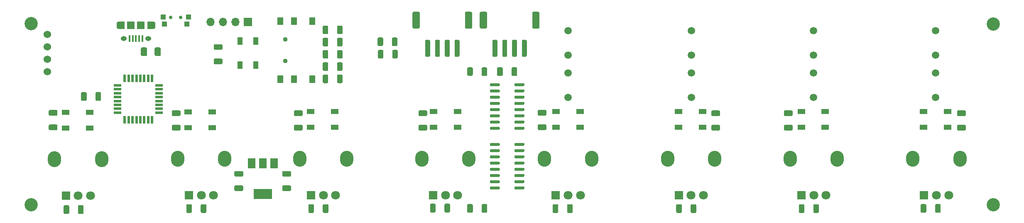
<source format=gbr>
%TF.GenerationSoftware,KiCad,Pcbnew,(5.1.9-0-10_14)*%
%TF.CreationDate,2021-11-27T16:04:38+01:00*%
%TF.ProjectId,SoundCore Knobs,536f756e-6443-46f7-9265-204b6e6f6273,rev?*%
%TF.SameCoordinates,Original*%
%TF.FileFunction,Soldermask,Top*%
%TF.FilePolarity,Negative*%
%FSLAX46Y46*%
G04 Gerber Fmt 4.6, Leading zero omitted, Abs format (unit mm)*
G04 Created by KiCad (PCBNEW (5.1.9-0-10_14)) date 2021-11-27 16:04:38*
%MOMM*%
%LPD*%
G01*
G04 APERTURE LIST*
%ADD10C,1.500000*%
%ADD11C,2.700000*%
%ADD12O,1.700000X1.700000*%
%ADD13R,1.700000X1.700000*%
%ADD14C,0.950000*%
%ADD15R,1.300000X1.600000*%
%ADD16R,1.000000X1.000000*%
%ADD17C,0.700000*%
%ADD18O,2.720000X3.240000*%
%ADD19C,1.800000*%
%ADD20R,1.800000X1.800000*%
%ADD21O,0.890000X1.550000*%
%ADD22R,1.200000X1.550000*%
%ADD23R,1.500000X1.550000*%
%ADD24O,1.250000X0.950000*%
%ADD25R,0.400000X1.350000*%
%ADD26R,1.500000X2.000000*%
%ADD27R,3.800000X2.000000*%
%ADD28C,1.524000*%
%ADD29R,1.500000X1.000000*%
%ADD30R,1.600000X0.550000*%
%ADD31R,0.550000X1.600000*%
%ADD32R,1.000000X1.500000*%
G04 APERTURE END LIST*
%TO.C,R4*%
G36*
G01*
X164680000Y-68453001D02*
X164680000Y-67202999D01*
G75*
G02*
X164929999Y-66953000I249999J0D01*
G01*
X165555001Y-66953000D01*
G75*
G02*
X165805000Y-67202999I0J-249999D01*
G01*
X165805000Y-68453001D01*
G75*
G02*
X165555001Y-68703000I-249999J0D01*
G01*
X164929999Y-68703000D01*
G75*
G02*
X164680000Y-68453001I0J249999D01*
G01*
G37*
G36*
G01*
X161755000Y-68453001D02*
X161755000Y-67202999D01*
G75*
G02*
X162004999Y-66953000I249999J0D01*
G01*
X162630001Y-66953000D01*
G75*
G02*
X162880000Y-67202999I0J-249999D01*
G01*
X162880000Y-68453001D01*
G75*
G02*
X162630001Y-68703000I-249999J0D01*
G01*
X162004999Y-68703000D01*
G75*
G02*
X161755000Y-68453001I0J249999D01*
G01*
G37*
%TD*%
%TO.C,U1*%
G36*
G01*
X171376000Y-70645000D02*
X171376000Y-70345000D01*
G75*
G02*
X171526000Y-70195000I150000J0D01*
G01*
X173226000Y-70195000D01*
G75*
G02*
X173376000Y-70345000I0J-150000D01*
G01*
X173376000Y-70645000D01*
G75*
G02*
X173226000Y-70795000I-150000J0D01*
G01*
X171526000Y-70795000D01*
G75*
G02*
X171376000Y-70645000I0J150000D01*
G01*
G37*
G36*
G01*
X171376000Y-71915000D02*
X171376000Y-71615000D01*
G75*
G02*
X171526000Y-71465000I150000J0D01*
G01*
X173226000Y-71465000D01*
G75*
G02*
X173376000Y-71615000I0J-150000D01*
G01*
X173376000Y-71915000D01*
G75*
G02*
X173226000Y-72065000I-150000J0D01*
G01*
X171526000Y-72065000D01*
G75*
G02*
X171376000Y-71915000I0J150000D01*
G01*
G37*
G36*
G01*
X171376000Y-73185000D02*
X171376000Y-72885000D01*
G75*
G02*
X171526000Y-72735000I150000J0D01*
G01*
X173226000Y-72735000D01*
G75*
G02*
X173376000Y-72885000I0J-150000D01*
G01*
X173376000Y-73185000D01*
G75*
G02*
X173226000Y-73335000I-150000J0D01*
G01*
X171526000Y-73335000D01*
G75*
G02*
X171376000Y-73185000I0J150000D01*
G01*
G37*
G36*
G01*
X171376000Y-74455000D02*
X171376000Y-74155000D01*
G75*
G02*
X171526000Y-74005000I150000J0D01*
G01*
X173226000Y-74005000D01*
G75*
G02*
X173376000Y-74155000I0J-150000D01*
G01*
X173376000Y-74455000D01*
G75*
G02*
X173226000Y-74605000I-150000J0D01*
G01*
X171526000Y-74605000D01*
G75*
G02*
X171376000Y-74455000I0J150000D01*
G01*
G37*
G36*
G01*
X171376000Y-75725000D02*
X171376000Y-75425000D01*
G75*
G02*
X171526000Y-75275000I150000J0D01*
G01*
X173226000Y-75275000D01*
G75*
G02*
X173376000Y-75425000I0J-150000D01*
G01*
X173376000Y-75725000D01*
G75*
G02*
X173226000Y-75875000I-150000J0D01*
G01*
X171526000Y-75875000D01*
G75*
G02*
X171376000Y-75725000I0J150000D01*
G01*
G37*
G36*
G01*
X171376000Y-76995000D02*
X171376000Y-76695000D01*
G75*
G02*
X171526000Y-76545000I150000J0D01*
G01*
X173226000Y-76545000D01*
G75*
G02*
X173376000Y-76695000I0J-150000D01*
G01*
X173376000Y-76995000D01*
G75*
G02*
X173226000Y-77145000I-150000J0D01*
G01*
X171526000Y-77145000D01*
G75*
G02*
X171376000Y-76995000I0J150000D01*
G01*
G37*
G36*
G01*
X171376000Y-78265000D02*
X171376000Y-77965000D01*
G75*
G02*
X171526000Y-77815000I150000J0D01*
G01*
X173226000Y-77815000D01*
G75*
G02*
X173376000Y-77965000I0J-150000D01*
G01*
X173376000Y-78265000D01*
G75*
G02*
X173226000Y-78415000I-150000J0D01*
G01*
X171526000Y-78415000D01*
G75*
G02*
X171376000Y-78265000I0J150000D01*
G01*
G37*
G36*
G01*
X171376000Y-79535000D02*
X171376000Y-79235000D01*
G75*
G02*
X171526000Y-79085000I150000J0D01*
G01*
X173226000Y-79085000D01*
G75*
G02*
X173376000Y-79235000I0J-150000D01*
G01*
X173376000Y-79535000D01*
G75*
G02*
X173226000Y-79685000I-150000J0D01*
G01*
X171526000Y-79685000D01*
G75*
G02*
X171376000Y-79535000I0J150000D01*
G01*
G37*
G36*
G01*
X166376000Y-79535000D02*
X166376000Y-79235000D01*
G75*
G02*
X166526000Y-79085000I150000J0D01*
G01*
X168226000Y-79085000D01*
G75*
G02*
X168376000Y-79235000I0J-150000D01*
G01*
X168376000Y-79535000D01*
G75*
G02*
X168226000Y-79685000I-150000J0D01*
G01*
X166526000Y-79685000D01*
G75*
G02*
X166376000Y-79535000I0J150000D01*
G01*
G37*
G36*
G01*
X166376000Y-78265000D02*
X166376000Y-77965000D01*
G75*
G02*
X166526000Y-77815000I150000J0D01*
G01*
X168226000Y-77815000D01*
G75*
G02*
X168376000Y-77965000I0J-150000D01*
G01*
X168376000Y-78265000D01*
G75*
G02*
X168226000Y-78415000I-150000J0D01*
G01*
X166526000Y-78415000D01*
G75*
G02*
X166376000Y-78265000I0J150000D01*
G01*
G37*
G36*
G01*
X166376000Y-76995000D02*
X166376000Y-76695000D01*
G75*
G02*
X166526000Y-76545000I150000J0D01*
G01*
X168226000Y-76545000D01*
G75*
G02*
X168376000Y-76695000I0J-150000D01*
G01*
X168376000Y-76995000D01*
G75*
G02*
X168226000Y-77145000I-150000J0D01*
G01*
X166526000Y-77145000D01*
G75*
G02*
X166376000Y-76995000I0J150000D01*
G01*
G37*
G36*
G01*
X166376000Y-75725000D02*
X166376000Y-75425000D01*
G75*
G02*
X166526000Y-75275000I150000J0D01*
G01*
X168226000Y-75275000D01*
G75*
G02*
X168376000Y-75425000I0J-150000D01*
G01*
X168376000Y-75725000D01*
G75*
G02*
X168226000Y-75875000I-150000J0D01*
G01*
X166526000Y-75875000D01*
G75*
G02*
X166376000Y-75725000I0J150000D01*
G01*
G37*
G36*
G01*
X166376000Y-74455000D02*
X166376000Y-74155000D01*
G75*
G02*
X166526000Y-74005000I150000J0D01*
G01*
X168226000Y-74005000D01*
G75*
G02*
X168376000Y-74155000I0J-150000D01*
G01*
X168376000Y-74455000D01*
G75*
G02*
X168226000Y-74605000I-150000J0D01*
G01*
X166526000Y-74605000D01*
G75*
G02*
X166376000Y-74455000I0J150000D01*
G01*
G37*
G36*
G01*
X166376000Y-73185000D02*
X166376000Y-72885000D01*
G75*
G02*
X166526000Y-72735000I150000J0D01*
G01*
X168226000Y-72735000D01*
G75*
G02*
X168376000Y-72885000I0J-150000D01*
G01*
X168376000Y-73185000D01*
G75*
G02*
X168226000Y-73335000I-150000J0D01*
G01*
X166526000Y-73335000D01*
G75*
G02*
X166376000Y-73185000I0J150000D01*
G01*
G37*
G36*
G01*
X166376000Y-71915000D02*
X166376000Y-71615000D01*
G75*
G02*
X166526000Y-71465000I150000J0D01*
G01*
X168226000Y-71465000D01*
G75*
G02*
X168376000Y-71615000I0J-150000D01*
G01*
X168376000Y-71915000D01*
G75*
G02*
X168226000Y-72065000I-150000J0D01*
G01*
X166526000Y-72065000D01*
G75*
G02*
X166376000Y-71915000I0J150000D01*
G01*
G37*
G36*
G01*
X166376000Y-70645000D02*
X166376000Y-70345000D01*
G75*
G02*
X166526000Y-70195000I150000J0D01*
G01*
X168226000Y-70195000D01*
G75*
G02*
X168376000Y-70345000I0J-150000D01*
G01*
X168376000Y-70645000D01*
G75*
G02*
X168226000Y-70795000I-150000J0D01*
G01*
X166526000Y-70795000D01*
G75*
G02*
X166376000Y-70645000I0J150000D01*
G01*
G37*
%TD*%
D10*
%TO.C,SW9*%
X257252000Y-68078000D03*
X257252000Y-73078000D03*
%TD*%
%TO.C,SW8*%
X232360000Y-68078000D03*
X232360000Y-73078000D03*
%TD*%
%TO.C,SW7*%
X207476000Y-68134000D03*
X207476000Y-73134000D03*
%TD*%
%TO.C,SW6*%
X182330000Y-68134000D03*
X182330000Y-73134000D03*
%TD*%
%TO.C,SW5*%
X257260000Y-59498000D03*
X257260000Y-64498000D03*
%TD*%
%TO.C,SW4*%
X232360000Y-59442000D03*
X232360000Y-64442000D03*
%TD*%
%TO.C,SW3*%
X207476000Y-59498000D03*
X207476000Y-64498000D03*
%TD*%
%TO.C,SW2*%
X182322000Y-59442000D03*
X182322000Y-64442000D03*
%TD*%
D11*
%TO.C,H4*%
X72800000Y-58000000D03*
%TD*%
%TO.C,H3*%
X269000000Y-95000000D03*
%TD*%
%TO.C,H2*%
X72800000Y-95000000D03*
%TD*%
%TO.C,H1*%
X269000000Y-58100000D03*
%TD*%
%TO.C,C2*%
G36*
G01*
X168976000Y-67177999D02*
X168976000Y-68478001D01*
G75*
G02*
X168726001Y-68728000I-249999J0D01*
G01*
X168075999Y-68728000D01*
G75*
G02*
X167826000Y-68478001I0J249999D01*
G01*
X167826000Y-67177999D01*
G75*
G02*
X168075999Y-66928000I249999J0D01*
G01*
X168726001Y-66928000D01*
G75*
G02*
X168976000Y-67177999I0J-249999D01*
G01*
G37*
G36*
G01*
X171926000Y-67177999D02*
X171926000Y-68478001D01*
G75*
G02*
X171676001Y-68728000I-249999J0D01*
G01*
X171025999Y-68728000D01*
G75*
G02*
X170776000Y-68478001I0J249999D01*
G01*
X170776000Y-67177999D01*
G75*
G02*
X171025999Y-66928000I249999J0D01*
G01*
X171676001Y-66928000D01*
G75*
G02*
X171926000Y-67177999I0J-249999D01*
G01*
G37*
%TD*%
%TO.C,C1*%
G36*
G01*
X111598001Y-63372000D02*
X110297999Y-63372000D01*
G75*
G02*
X110048000Y-63122001I0J249999D01*
G01*
X110048000Y-62471999D01*
G75*
G02*
X110297999Y-62222000I249999J0D01*
G01*
X111598001Y-62222000D01*
G75*
G02*
X111848000Y-62471999I0J-249999D01*
G01*
X111848000Y-63122001D01*
G75*
G02*
X111598001Y-63372000I-249999J0D01*
G01*
G37*
G36*
G01*
X111598001Y-66322000D02*
X110297999Y-66322000D01*
G75*
G02*
X110048000Y-66072001I0J249999D01*
G01*
X110048000Y-65421999D01*
G75*
G02*
X110297999Y-65172000I249999J0D01*
G01*
X111598001Y-65172000D01*
G75*
G02*
X111848000Y-65421999I0J-249999D01*
G01*
X111848000Y-66072001D01*
G75*
G02*
X111598001Y-66322000I-249999J0D01*
G01*
G37*
%TD*%
%TO.C,J4*%
G36*
G01*
X165784000Y-55858000D02*
X165784000Y-58758000D01*
G75*
G02*
X165534000Y-59008000I-250000J0D01*
G01*
X164534000Y-59008000D01*
G75*
G02*
X164284000Y-58758000I0J250000D01*
G01*
X164284000Y-55858000D01*
G75*
G02*
X164534000Y-55608000I250000J0D01*
G01*
X165534000Y-55608000D01*
G75*
G02*
X165784000Y-55858000I0J-250000D01*
G01*
G37*
G36*
G01*
X176484000Y-55858000D02*
X176484000Y-58758000D01*
G75*
G02*
X176234000Y-59008000I-250000J0D01*
G01*
X175234000Y-59008000D01*
G75*
G02*
X174984000Y-58758000I0J250000D01*
G01*
X174984000Y-55858000D01*
G75*
G02*
X175234000Y-55608000I250000J0D01*
G01*
X176234000Y-55608000D01*
G75*
G02*
X176484000Y-55858000I0J-250000D01*
G01*
G37*
G36*
G01*
X167884000Y-61558000D02*
X167884000Y-64558000D01*
G75*
G02*
X167634000Y-64808000I-250000J0D01*
G01*
X167134000Y-64808000D01*
G75*
G02*
X166884000Y-64558000I0J250000D01*
G01*
X166884000Y-61558000D01*
G75*
G02*
X167134000Y-61308000I250000J0D01*
G01*
X167634000Y-61308000D01*
G75*
G02*
X167884000Y-61558000I0J-250000D01*
G01*
G37*
G36*
G01*
X169884000Y-61558000D02*
X169884000Y-64558000D01*
G75*
G02*
X169634000Y-64808000I-250000J0D01*
G01*
X169134000Y-64808000D01*
G75*
G02*
X168884000Y-64558000I0J250000D01*
G01*
X168884000Y-61558000D01*
G75*
G02*
X169134000Y-61308000I250000J0D01*
G01*
X169634000Y-61308000D01*
G75*
G02*
X169884000Y-61558000I0J-250000D01*
G01*
G37*
G36*
G01*
X171884000Y-61558000D02*
X171884000Y-64558000D01*
G75*
G02*
X171634000Y-64808000I-250000J0D01*
G01*
X171134000Y-64808000D01*
G75*
G02*
X170884000Y-64558000I0J250000D01*
G01*
X170884000Y-61558000D01*
G75*
G02*
X171134000Y-61308000I250000J0D01*
G01*
X171634000Y-61308000D01*
G75*
G02*
X171884000Y-61558000I0J-250000D01*
G01*
G37*
G36*
G01*
X173884000Y-61558000D02*
X173884000Y-64558000D01*
G75*
G02*
X173634000Y-64808000I-250000J0D01*
G01*
X173134000Y-64808000D01*
G75*
G02*
X172884000Y-64558000I0J250000D01*
G01*
X172884000Y-61558000D01*
G75*
G02*
X173134000Y-61308000I250000J0D01*
G01*
X173634000Y-61308000D01*
G75*
G02*
X173884000Y-61558000I0J-250000D01*
G01*
G37*
%TD*%
D12*
%TO.C,J8*%
X109424000Y-57668000D03*
X111964000Y-57668000D03*
X114504000Y-57668000D03*
D13*
X117044000Y-57668000D03*
%TD*%
D14*
%TO.C,U10*%
X124674000Y-61236000D03*
X124674000Y-65636000D03*
D15*
X130124000Y-57536000D03*
X126424000Y-57536000D03*
X123624000Y-57536000D03*
X130124000Y-69336000D03*
X126424000Y-69336000D03*
X123624000Y-69336000D03*
%TD*%
%TO.C,R12*%
G36*
G01*
X135200000Y-59925001D02*
X135200000Y-58674999D01*
G75*
G02*
X135449999Y-58425000I249999J0D01*
G01*
X136075001Y-58425000D01*
G75*
G02*
X136325000Y-58674999I0J-249999D01*
G01*
X136325000Y-59925001D01*
G75*
G02*
X136075001Y-60175000I-249999J0D01*
G01*
X135449999Y-60175000D01*
G75*
G02*
X135200000Y-59925001I0J249999D01*
G01*
G37*
G36*
G01*
X132275000Y-59925001D02*
X132275000Y-58674999D01*
G75*
G02*
X132524999Y-58425000I249999J0D01*
G01*
X133150001Y-58425000D01*
G75*
G02*
X133400000Y-58674999I0J-249999D01*
G01*
X133400000Y-59925001D01*
G75*
G02*
X133150001Y-60175000I-249999J0D01*
G01*
X132524999Y-60175000D01*
G75*
G02*
X132275000Y-59925001I0J249999D01*
G01*
G37*
%TD*%
%TO.C,R11*%
G36*
G01*
X133400000Y-61174999D02*
X133400000Y-62425001D01*
G75*
G02*
X133150001Y-62675000I-249999J0D01*
G01*
X132524999Y-62675000D01*
G75*
G02*
X132275000Y-62425001I0J249999D01*
G01*
X132275000Y-61174999D01*
G75*
G02*
X132524999Y-60925000I249999J0D01*
G01*
X133150001Y-60925000D01*
G75*
G02*
X133400000Y-61174999I0J-249999D01*
G01*
G37*
G36*
G01*
X136325000Y-61174999D02*
X136325000Y-62425001D01*
G75*
G02*
X136075001Y-62675000I-249999J0D01*
G01*
X135449999Y-62675000D01*
G75*
G02*
X135200000Y-62425001I0J249999D01*
G01*
X135200000Y-61174999D01*
G75*
G02*
X135449999Y-60925000I249999J0D01*
G01*
X136075001Y-60925000D01*
G75*
G02*
X136325000Y-61174999I0J-249999D01*
G01*
G37*
%TD*%
%TO.C,R10*%
G36*
G01*
X133400000Y-63674999D02*
X133400000Y-64925001D01*
G75*
G02*
X133150001Y-65175000I-249999J0D01*
G01*
X132524999Y-65175000D01*
G75*
G02*
X132275000Y-64925001I0J249999D01*
G01*
X132275000Y-63674999D01*
G75*
G02*
X132524999Y-63425000I249999J0D01*
G01*
X133150001Y-63425000D01*
G75*
G02*
X133400000Y-63674999I0J-249999D01*
G01*
G37*
G36*
G01*
X136325000Y-63674999D02*
X136325000Y-64925001D01*
G75*
G02*
X136075001Y-65175000I-249999J0D01*
G01*
X135449999Y-65175000D01*
G75*
G02*
X135200000Y-64925001I0J249999D01*
G01*
X135200000Y-63674999D01*
G75*
G02*
X135449999Y-63425000I249999J0D01*
G01*
X136075001Y-63425000D01*
G75*
G02*
X136325000Y-63674999I0J-249999D01*
G01*
G37*
%TD*%
%TO.C,R9*%
G36*
G01*
X133400000Y-66174999D02*
X133400000Y-67425001D01*
G75*
G02*
X133150001Y-67675000I-249999J0D01*
G01*
X132524999Y-67675000D01*
G75*
G02*
X132275000Y-67425001I0J249999D01*
G01*
X132275000Y-66174999D01*
G75*
G02*
X132524999Y-65925000I249999J0D01*
G01*
X133150001Y-65925000D01*
G75*
G02*
X133400000Y-66174999I0J-249999D01*
G01*
G37*
G36*
G01*
X136325000Y-66174999D02*
X136325000Y-67425001D01*
G75*
G02*
X136075001Y-67675000I-249999J0D01*
G01*
X135449999Y-67675000D01*
G75*
G02*
X135200000Y-67425001I0J249999D01*
G01*
X135200000Y-66174999D01*
G75*
G02*
X135449999Y-65925000I249999J0D01*
G01*
X136075001Y-65925000D01*
G75*
G02*
X136325000Y-66174999I0J-249999D01*
G01*
G37*
%TD*%
%TO.C,R8*%
G36*
G01*
X133400000Y-68674999D02*
X133400000Y-69925001D01*
G75*
G02*
X133150001Y-70175000I-249999J0D01*
G01*
X132524999Y-70175000D01*
G75*
G02*
X132275000Y-69925001I0J249999D01*
G01*
X132275000Y-68674999D01*
G75*
G02*
X132524999Y-68425000I249999J0D01*
G01*
X133150001Y-68425000D01*
G75*
G02*
X133400000Y-68674999I0J-249999D01*
G01*
G37*
G36*
G01*
X136325000Y-68674999D02*
X136325000Y-69925001D01*
G75*
G02*
X136075001Y-70175000I-249999J0D01*
G01*
X135449999Y-70175000D01*
G75*
G02*
X135200000Y-69925001I0J249999D01*
G01*
X135200000Y-68674999D01*
G75*
G02*
X135449999Y-68425000I249999J0D01*
G01*
X136075001Y-68425000D01*
G75*
G02*
X136325000Y-68674999I0J-249999D01*
G01*
G37*
%TD*%
D16*
%TO.C,SW1*%
X99712000Y-56668000D03*
D17*
X103312000Y-56768000D03*
X101312000Y-56768000D03*
D16*
X100012000Y-58068000D03*
X104912000Y-56668000D03*
X104612000Y-58068000D03*
%TD*%
%TO.C,J7*%
G36*
G01*
X152068000Y-55858000D02*
X152068000Y-58758000D01*
G75*
G02*
X151818000Y-59008000I-250000J0D01*
G01*
X150818000Y-59008000D01*
G75*
G02*
X150568000Y-58758000I0J250000D01*
G01*
X150568000Y-55858000D01*
G75*
G02*
X150818000Y-55608000I250000J0D01*
G01*
X151818000Y-55608000D01*
G75*
G02*
X152068000Y-55858000I0J-250000D01*
G01*
G37*
G36*
G01*
X162768000Y-55858000D02*
X162768000Y-58758000D01*
G75*
G02*
X162518000Y-59008000I-250000J0D01*
G01*
X161518000Y-59008000D01*
G75*
G02*
X161268000Y-58758000I0J250000D01*
G01*
X161268000Y-55858000D01*
G75*
G02*
X161518000Y-55608000I250000J0D01*
G01*
X162518000Y-55608000D01*
G75*
G02*
X162768000Y-55858000I0J-250000D01*
G01*
G37*
G36*
G01*
X154168000Y-61558000D02*
X154168000Y-64558000D01*
G75*
G02*
X153918000Y-64808000I-250000J0D01*
G01*
X153418000Y-64808000D01*
G75*
G02*
X153168000Y-64558000I0J250000D01*
G01*
X153168000Y-61558000D01*
G75*
G02*
X153418000Y-61308000I250000J0D01*
G01*
X153918000Y-61308000D01*
G75*
G02*
X154168000Y-61558000I0J-250000D01*
G01*
G37*
G36*
G01*
X156168000Y-61558000D02*
X156168000Y-64558000D01*
G75*
G02*
X155918000Y-64808000I-250000J0D01*
G01*
X155418000Y-64808000D01*
G75*
G02*
X155168000Y-64558000I0J250000D01*
G01*
X155168000Y-61558000D01*
G75*
G02*
X155418000Y-61308000I250000J0D01*
G01*
X155918000Y-61308000D01*
G75*
G02*
X156168000Y-61558000I0J-250000D01*
G01*
G37*
G36*
G01*
X158168000Y-61558000D02*
X158168000Y-64558000D01*
G75*
G02*
X157918000Y-64808000I-250000J0D01*
G01*
X157418000Y-64808000D01*
G75*
G02*
X157168000Y-64558000I0J250000D01*
G01*
X157168000Y-61558000D01*
G75*
G02*
X157418000Y-61308000I250000J0D01*
G01*
X157918000Y-61308000D01*
G75*
G02*
X158168000Y-61558000I0J-250000D01*
G01*
G37*
G36*
G01*
X160168000Y-61558000D02*
X160168000Y-64558000D01*
G75*
G02*
X159918000Y-64808000I-250000J0D01*
G01*
X159418000Y-64808000D01*
G75*
G02*
X159168000Y-64558000I0J250000D01*
G01*
X159168000Y-61558000D01*
G75*
G02*
X159418000Y-61308000I250000J0D01*
G01*
X159918000Y-61308000D01*
G75*
G02*
X160168000Y-61558000I0J-250000D01*
G01*
G37*
%TD*%
D18*
%TO.C,RV4*%
X152500000Y-85600000D03*
X162100000Y-85600000D03*
D19*
X159800000Y-93100000D03*
X157300000Y-93100000D03*
D20*
X154800000Y-93100000D03*
%TD*%
D21*
%TO.C,J3*%
X90684000Y-58400000D03*
X97684000Y-58400000D03*
D22*
X91284000Y-58400000D03*
X97084000Y-58400000D03*
D23*
X93184000Y-58400000D03*
X95184000Y-58400000D03*
D24*
X91684000Y-61100000D03*
X96684000Y-61100000D03*
D25*
X92884000Y-61100000D03*
X93534000Y-61100000D03*
X94184000Y-61100000D03*
X94834000Y-61100000D03*
X95484000Y-61100000D03*
%TD*%
%TO.C,R6*%
G36*
G01*
X144654000Y-63646999D02*
X144654000Y-64897001D01*
G75*
G02*
X144404001Y-65147000I-249999J0D01*
G01*
X143778999Y-65147000D01*
G75*
G02*
X143529000Y-64897001I0J249999D01*
G01*
X143529000Y-63646999D01*
G75*
G02*
X143778999Y-63397000I249999J0D01*
G01*
X144404001Y-63397000D01*
G75*
G02*
X144654000Y-63646999I0J-249999D01*
G01*
G37*
G36*
G01*
X147579000Y-63646999D02*
X147579000Y-64897001D01*
G75*
G02*
X147329001Y-65147000I-249999J0D01*
G01*
X146703999Y-65147000D01*
G75*
G02*
X146454000Y-64897001I0J249999D01*
G01*
X146454000Y-63646999D01*
G75*
G02*
X146703999Y-63397000I249999J0D01*
G01*
X147329001Y-63397000D01*
G75*
G02*
X147579000Y-63646999I0J-249999D01*
G01*
G37*
%TD*%
%TO.C,R5*%
G36*
G01*
X144592000Y-61106999D02*
X144592000Y-62357001D01*
G75*
G02*
X144342001Y-62607000I-249999J0D01*
G01*
X143716999Y-62607000D01*
G75*
G02*
X143467000Y-62357001I0J249999D01*
G01*
X143467000Y-61106999D01*
G75*
G02*
X143716999Y-60857000I249999J0D01*
G01*
X144342001Y-60857000D01*
G75*
G02*
X144592000Y-61106999I0J-249999D01*
G01*
G37*
G36*
G01*
X147517000Y-61106999D02*
X147517000Y-62357001D01*
G75*
G02*
X147267001Y-62607000I-249999J0D01*
G01*
X146641999Y-62607000D01*
G75*
G02*
X146392000Y-62357001I0J249999D01*
G01*
X146392000Y-61106999D01*
G75*
G02*
X146641999Y-60857000I249999J0D01*
G01*
X147267001Y-60857000D01*
G75*
G02*
X147517000Y-61106999I0J-249999D01*
G01*
G37*
%TD*%
D26*
%TO.C,U3*%
X122392000Y-86522000D03*
X117792000Y-86522000D03*
X120092000Y-86522000D03*
D27*
X120092000Y-92822000D03*
%TD*%
D28*
%TO.C,U2*%
X76130000Y-60190000D03*
X76130000Y-62730000D03*
X76130000Y-65270000D03*
X76130000Y-67810000D03*
%TD*%
%TO.C,C23*%
G36*
G01*
X261849999Y-78700000D02*
X263150001Y-78700000D01*
G75*
G02*
X263400000Y-78949999I0J-249999D01*
G01*
X263400000Y-79600001D01*
G75*
G02*
X263150001Y-79850000I-249999J0D01*
G01*
X261849999Y-79850000D01*
G75*
G02*
X261600000Y-79600001I0J249999D01*
G01*
X261600000Y-78949999D01*
G75*
G02*
X261849999Y-78700000I249999J0D01*
G01*
G37*
G36*
G01*
X261849999Y-75750000D02*
X263150001Y-75750000D01*
G75*
G02*
X263400000Y-75999999I0J-249999D01*
G01*
X263400000Y-76650001D01*
G75*
G02*
X263150001Y-76900000I-249999J0D01*
G01*
X261849999Y-76900000D01*
G75*
G02*
X261600000Y-76650001I0J249999D01*
G01*
X261600000Y-75999999D01*
G75*
G02*
X261849999Y-75750000I249999J0D01*
G01*
G37*
%TD*%
%TO.C,C22*%
G36*
G01*
X226549999Y-78700000D02*
X227850001Y-78700000D01*
G75*
G02*
X228100000Y-78949999I0J-249999D01*
G01*
X228100000Y-79600001D01*
G75*
G02*
X227850001Y-79850000I-249999J0D01*
G01*
X226549999Y-79850000D01*
G75*
G02*
X226300000Y-79600001I0J249999D01*
G01*
X226300000Y-78949999D01*
G75*
G02*
X226549999Y-78700000I249999J0D01*
G01*
G37*
G36*
G01*
X226549999Y-75750000D02*
X227850001Y-75750000D01*
G75*
G02*
X228100000Y-75999999I0J-249999D01*
G01*
X228100000Y-76650001D01*
G75*
G02*
X227850001Y-76900000I-249999J0D01*
G01*
X226549999Y-76900000D01*
G75*
G02*
X226300000Y-76650001I0J249999D01*
G01*
X226300000Y-75999999D01*
G75*
G02*
X226549999Y-75750000I249999J0D01*
G01*
G37*
%TD*%
%TO.C,C21*%
G36*
G01*
X211749999Y-78700000D02*
X213050001Y-78700000D01*
G75*
G02*
X213300000Y-78949999I0J-249999D01*
G01*
X213300000Y-79600001D01*
G75*
G02*
X213050001Y-79850000I-249999J0D01*
G01*
X211749999Y-79850000D01*
G75*
G02*
X211500000Y-79600001I0J249999D01*
G01*
X211500000Y-78949999D01*
G75*
G02*
X211749999Y-78700000I249999J0D01*
G01*
G37*
G36*
G01*
X211749999Y-75750000D02*
X213050001Y-75750000D01*
G75*
G02*
X213300000Y-75999999I0J-249999D01*
G01*
X213300000Y-76650001D01*
G75*
G02*
X213050001Y-76900000I-249999J0D01*
G01*
X211749999Y-76900000D01*
G75*
G02*
X211500000Y-76650001I0J249999D01*
G01*
X211500000Y-75999999D01*
G75*
G02*
X211749999Y-75750000I249999J0D01*
G01*
G37*
%TD*%
%TO.C,C20*%
G36*
G01*
X176349999Y-78600000D02*
X177650001Y-78600000D01*
G75*
G02*
X177900000Y-78849999I0J-249999D01*
G01*
X177900000Y-79500001D01*
G75*
G02*
X177650001Y-79750000I-249999J0D01*
G01*
X176349999Y-79750000D01*
G75*
G02*
X176100000Y-79500001I0J249999D01*
G01*
X176100000Y-78849999D01*
G75*
G02*
X176349999Y-78600000I249999J0D01*
G01*
G37*
G36*
G01*
X176349999Y-75650000D02*
X177650001Y-75650000D01*
G75*
G02*
X177900000Y-75899999I0J-249999D01*
G01*
X177900000Y-76550001D01*
G75*
G02*
X177650001Y-76800000I-249999J0D01*
G01*
X176349999Y-76800000D01*
G75*
G02*
X176100000Y-76550001I0J249999D01*
G01*
X176100000Y-75899999D01*
G75*
G02*
X176349999Y-75650000I249999J0D01*
G01*
G37*
%TD*%
%TO.C,C19*%
G36*
G01*
X152049999Y-78700000D02*
X153350001Y-78700000D01*
G75*
G02*
X153600000Y-78949999I0J-249999D01*
G01*
X153600000Y-79600001D01*
G75*
G02*
X153350001Y-79850000I-249999J0D01*
G01*
X152049999Y-79850000D01*
G75*
G02*
X151800000Y-79600001I0J249999D01*
G01*
X151800000Y-78949999D01*
G75*
G02*
X152049999Y-78700000I249999J0D01*
G01*
G37*
G36*
G01*
X152049999Y-75750000D02*
X153350001Y-75750000D01*
G75*
G02*
X153600000Y-75999999I0J-249999D01*
G01*
X153600000Y-76650001D01*
G75*
G02*
X153350001Y-76900000I-249999J0D01*
G01*
X152049999Y-76900000D01*
G75*
G02*
X151800000Y-76650001I0J249999D01*
G01*
X151800000Y-75999999D01*
G75*
G02*
X152049999Y-75750000I249999J0D01*
G01*
G37*
%TD*%
%TO.C,C18*%
G36*
G01*
X126649999Y-78700000D02*
X127950001Y-78700000D01*
G75*
G02*
X128200000Y-78949999I0J-249999D01*
G01*
X128200000Y-79600001D01*
G75*
G02*
X127950001Y-79850000I-249999J0D01*
G01*
X126649999Y-79850000D01*
G75*
G02*
X126400000Y-79600001I0J249999D01*
G01*
X126400000Y-78949999D01*
G75*
G02*
X126649999Y-78700000I249999J0D01*
G01*
G37*
G36*
G01*
X126649999Y-75750000D02*
X127950001Y-75750000D01*
G75*
G02*
X128200000Y-75999999I0J-249999D01*
G01*
X128200000Y-76650001D01*
G75*
G02*
X127950001Y-76900000I-249999J0D01*
G01*
X126649999Y-76900000D01*
G75*
G02*
X126400000Y-76650001I0J249999D01*
G01*
X126400000Y-75999999D01*
G75*
G02*
X126649999Y-75750000I249999J0D01*
G01*
G37*
%TD*%
%TO.C,C17*%
G36*
G01*
X101749999Y-78700000D02*
X103050001Y-78700000D01*
G75*
G02*
X103300000Y-78949999I0J-249999D01*
G01*
X103300000Y-79600001D01*
G75*
G02*
X103050001Y-79850000I-249999J0D01*
G01*
X101749999Y-79850000D01*
G75*
G02*
X101500000Y-79600001I0J249999D01*
G01*
X101500000Y-78949999D01*
G75*
G02*
X101749999Y-78700000I249999J0D01*
G01*
G37*
G36*
G01*
X101749999Y-75750000D02*
X103050001Y-75750000D01*
G75*
G02*
X103300000Y-75999999I0J-249999D01*
G01*
X103300000Y-76650001D01*
G75*
G02*
X103050001Y-76900000I-249999J0D01*
G01*
X101749999Y-76900000D01*
G75*
G02*
X101500000Y-76650001I0J249999D01*
G01*
X101500000Y-75999999D01*
G75*
G02*
X101749999Y-75750000I249999J0D01*
G01*
G37*
%TD*%
%TO.C,C16*%
G36*
G01*
X76649999Y-78625000D02*
X77950001Y-78625000D01*
G75*
G02*
X78200000Y-78874999I0J-249999D01*
G01*
X78200000Y-79525001D01*
G75*
G02*
X77950001Y-79775000I-249999J0D01*
G01*
X76649999Y-79775000D01*
G75*
G02*
X76400000Y-79525001I0J249999D01*
G01*
X76400000Y-78874999D01*
G75*
G02*
X76649999Y-78625000I249999J0D01*
G01*
G37*
G36*
G01*
X76649999Y-75675000D02*
X77950001Y-75675000D01*
G75*
G02*
X78200000Y-75924999I0J-249999D01*
G01*
X78200000Y-76575001D01*
G75*
G02*
X77950001Y-76825000I-249999J0D01*
G01*
X76649999Y-76825000D01*
G75*
G02*
X76400000Y-76575001I0J249999D01*
G01*
X76400000Y-75924999D01*
G75*
G02*
X76649999Y-75675000I249999J0D01*
G01*
G37*
%TD*%
%TO.C,C15*%
G36*
G01*
X257136000Y-96418001D02*
X257136000Y-95117999D01*
G75*
G02*
X257385999Y-94868000I249999J0D01*
G01*
X258036001Y-94868000D01*
G75*
G02*
X258286000Y-95117999I0J-249999D01*
G01*
X258286000Y-96418001D01*
G75*
G02*
X258036001Y-96668000I-249999J0D01*
G01*
X257385999Y-96668000D01*
G75*
G02*
X257136000Y-96418001I0J249999D01*
G01*
G37*
G36*
G01*
X254186000Y-96418001D02*
X254186000Y-95117999D01*
G75*
G02*
X254435999Y-94868000I249999J0D01*
G01*
X255086001Y-94868000D01*
G75*
G02*
X255336000Y-95117999I0J-249999D01*
G01*
X255336000Y-96418001D01*
G75*
G02*
X255086001Y-96668000I-249999J0D01*
G01*
X254435999Y-96668000D01*
G75*
G02*
X254186000Y-96418001I0J249999D01*
G01*
G37*
%TD*%
%TO.C,C14*%
G36*
G01*
X232300000Y-96450001D02*
X232300000Y-95149999D01*
G75*
G02*
X232549999Y-94900000I249999J0D01*
G01*
X233200001Y-94900000D01*
G75*
G02*
X233450000Y-95149999I0J-249999D01*
G01*
X233450000Y-96450001D01*
G75*
G02*
X233200001Y-96700000I-249999J0D01*
G01*
X232549999Y-96700000D01*
G75*
G02*
X232300000Y-96450001I0J249999D01*
G01*
G37*
G36*
G01*
X229350000Y-96450001D02*
X229350000Y-95149999D01*
G75*
G02*
X229599999Y-94900000I249999J0D01*
G01*
X230250001Y-94900000D01*
G75*
G02*
X230500000Y-95149999I0J-249999D01*
G01*
X230500000Y-96450001D01*
G75*
G02*
X230250001Y-96700000I-249999J0D01*
G01*
X229599999Y-96700000D01*
G75*
G02*
X229350000Y-96450001I0J249999D01*
G01*
G37*
%TD*%
%TO.C,C13*%
G36*
G01*
X207300000Y-96450001D02*
X207300000Y-95149999D01*
G75*
G02*
X207549999Y-94900000I249999J0D01*
G01*
X208200001Y-94900000D01*
G75*
G02*
X208450000Y-95149999I0J-249999D01*
G01*
X208450000Y-96450001D01*
G75*
G02*
X208200001Y-96700000I-249999J0D01*
G01*
X207549999Y-96700000D01*
G75*
G02*
X207300000Y-96450001I0J249999D01*
G01*
G37*
G36*
G01*
X204350000Y-96450001D02*
X204350000Y-95149999D01*
G75*
G02*
X204599999Y-94900000I249999J0D01*
G01*
X205250001Y-94900000D01*
G75*
G02*
X205500000Y-95149999I0J-249999D01*
G01*
X205500000Y-96450001D01*
G75*
G02*
X205250001Y-96700000I-249999J0D01*
G01*
X204599999Y-96700000D01*
G75*
G02*
X204350000Y-96450001I0J249999D01*
G01*
G37*
%TD*%
%TO.C,C12*%
G36*
G01*
X182100000Y-96450001D02*
X182100000Y-95149999D01*
G75*
G02*
X182349999Y-94900000I249999J0D01*
G01*
X183000001Y-94900000D01*
G75*
G02*
X183250000Y-95149999I0J-249999D01*
G01*
X183250000Y-96450001D01*
G75*
G02*
X183000001Y-96700000I-249999J0D01*
G01*
X182349999Y-96700000D01*
G75*
G02*
X182100000Y-96450001I0J249999D01*
G01*
G37*
G36*
G01*
X179150000Y-96450001D02*
X179150000Y-95149999D01*
G75*
G02*
X179399999Y-94900000I249999J0D01*
G01*
X180050001Y-94900000D01*
G75*
G02*
X180300000Y-95149999I0J-249999D01*
G01*
X180300000Y-96450001D01*
G75*
G02*
X180050001Y-96700000I-249999J0D01*
G01*
X179399999Y-96700000D01*
G75*
G02*
X179150000Y-96450001I0J249999D01*
G01*
G37*
%TD*%
%TO.C,C11*%
G36*
G01*
X157100000Y-96350001D02*
X157100000Y-95049999D01*
G75*
G02*
X157349999Y-94800000I249999J0D01*
G01*
X158000001Y-94800000D01*
G75*
G02*
X158250000Y-95049999I0J-249999D01*
G01*
X158250000Y-96350001D01*
G75*
G02*
X158000001Y-96600000I-249999J0D01*
G01*
X157349999Y-96600000D01*
G75*
G02*
X157100000Y-96350001I0J249999D01*
G01*
G37*
G36*
G01*
X154150000Y-96350001D02*
X154150000Y-95049999D01*
G75*
G02*
X154399999Y-94800000I249999J0D01*
G01*
X155050001Y-94800000D01*
G75*
G02*
X155300000Y-95049999I0J-249999D01*
G01*
X155300000Y-96350001D01*
G75*
G02*
X155050001Y-96600000I-249999J0D01*
G01*
X154399999Y-96600000D01*
G75*
G02*
X154150000Y-96350001I0J249999D01*
G01*
G37*
%TD*%
%TO.C,C10*%
G36*
G01*
X132300000Y-96450001D02*
X132300000Y-95149999D01*
G75*
G02*
X132549999Y-94900000I249999J0D01*
G01*
X133200001Y-94900000D01*
G75*
G02*
X133450000Y-95149999I0J-249999D01*
G01*
X133450000Y-96450001D01*
G75*
G02*
X133200001Y-96700000I-249999J0D01*
G01*
X132549999Y-96700000D01*
G75*
G02*
X132300000Y-96450001I0J249999D01*
G01*
G37*
G36*
G01*
X129350000Y-96450001D02*
X129350000Y-95149999D01*
G75*
G02*
X129599999Y-94900000I249999J0D01*
G01*
X130250001Y-94900000D01*
G75*
G02*
X130500000Y-95149999I0J-249999D01*
G01*
X130500000Y-96450001D01*
G75*
G02*
X130250001Y-96700000I-249999J0D01*
G01*
X129599999Y-96700000D01*
G75*
G02*
X129350000Y-96450001I0J249999D01*
G01*
G37*
%TD*%
%TO.C,C9*%
G36*
G01*
X107400000Y-96450001D02*
X107400000Y-95149999D01*
G75*
G02*
X107649999Y-94900000I249999J0D01*
G01*
X108300001Y-94900000D01*
G75*
G02*
X108550000Y-95149999I0J-249999D01*
G01*
X108550000Y-96450001D01*
G75*
G02*
X108300001Y-96700000I-249999J0D01*
G01*
X107649999Y-96700000D01*
G75*
G02*
X107400000Y-96450001I0J249999D01*
G01*
G37*
G36*
G01*
X104450000Y-96450001D02*
X104450000Y-95149999D01*
G75*
G02*
X104699999Y-94900000I249999J0D01*
G01*
X105350001Y-94900000D01*
G75*
G02*
X105600000Y-95149999I0J-249999D01*
G01*
X105600000Y-96450001D01*
G75*
G02*
X105350001Y-96700000I-249999J0D01*
G01*
X104699999Y-96700000D01*
G75*
G02*
X104450000Y-96450001I0J249999D01*
G01*
G37*
%TD*%
%TO.C,C8*%
G36*
G01*
X82384000Y-96650001D02*
X82384000Y-95349999D01*
G75*
G02*
X82633999Y-95100000I249999J0D01*
G01*
X83284001Y-95100000D01*
G75*
G02*
X83534000Y-95349999I0J-249999D01*
G01*
X83534000Y-96650001D01*
G75*
G02*
X83284001Y-96900000I-249999J0D01*
G01*
X82633999Y-96900000D01*
G75*
G02*
X82384000Y-96650001I0J249999D01*
G01*
G37*
G36*
G01*
X79434000Y-96650001D02*
X79434000Y-95349999D01*
G75*
G02*
X79683999Y-95100000I249999J0D01*
G01*
X80334001Y-95100000D01*
G75*
G02*
X80584000Y-95349999I0J-249999D01*
G01*
X80584000Y-96650001D01*
G75*
G02*
X80334001Y-96900000I-249999J0D01*
G01*
X79683999Y-96900000D01*
G75*
G02*
X79434000Y-96650001I0J249999D01*
G01*
G37*
%TD*%
%TO.C,C7*%
G36*
G01*
X162880000Y-95117999D02*
X162880000Y-96418001D01*
G75*
G02*
X162630001Y-96668000I-249999J0D01*
G01*
X161979999Y-96668000D01*
G75*
G02*
X161730000Y-96418001I0J249999D01*
G01*
X161730000Y-95117999D01*
G75*
G02*
X161979999Y-94868000I249999J0D01*
G01*
X162630001Y-94868000D01*
G75*
G02*
X162880000Y-95117999I0J-249999D01*
G01*
G37*
G36*
G01*
X165830000Y-95117999D02*
X165830000Y-96418001D01*
G75*
G02*
X165580001Y-96668000I-249999J0D01*
G01*
X164929999Y-96668000D01*
G75*
G02*
X164680000Y-96418001I0J249999D01*
G01*
X164680000Y-95117999D01*
G75*
G02*
X164929999Y-94868000I249999J0D01*
G01*
X165580001Y-94868000D01*
G75*
G02*
X165830000Y-95117999I0J-249999D01*
G01*
G37*
%TD*%
%TO.C,U7*%
G36*
G01*
X171376000Y-82837000D02*
X171376000Y-82537000D01*
G75*
G02*
X171526000Y-82387000I150000J0D01*
G01*
X173226000Y-82387000D01*
G75*
G02*
X173376000Y-82537000I0J-150000D01*
G01*
X173376000Y-82837000D01*
G75*
G02*
X173226000Y-82987000I-150000J0D01*
G01*
X171526000Y-82987000D01*
G75*
G02*
X171376000Y-82837000I0J150000D01*
G01*
G37*
G36*
G01*
X171376000Y-84107000D02*
X171376000Y-83807000D01*
G75*
G02*
X171526000Y-83657000I150000J0D01*
G01*
X173226000Y-83657000D01*
G75*
G02*
X173376000Y-83807000I0J-150000D01*
G01*
X173376000Y-84107000D01*
G75*
G02*
X173226000Y-84257000I-150000J0D01*
G01*
X171526000Y-84257000D01*
G75*
G02*
X171376000Y-84107000I0J150000D01*
G01*
G37*
G36*
G01*
X171376000Y-85377000D02*
X171376000Y-85077000D01*
G75*
G02*
X171526000Y-84927000I150000J0D01*
G01*
X173226000Y-84927000D01*
G75*
G02*
X173376000Y-85077000I0J-150000D01*
G01*
X173376000Y-85377000D01*
G75*
G02*
X173226000Y-85527000I-150000J0D01*
G01*
X171526000Y-85527000D01*
G75*
G02*
X171376000Y-85377000I0J150000D01*
G01*
G37*
G36*
G01*
X171376000Y-86647000D02*
X171376000Y-86347000D01*
G75*
G02*
X171526000Y-86197000I150000J0D01*
G01*
X173226000Y-86197000D01*
G75*
G02*
X173376000Y-86347000I0J-150000D01*
G01*
X173376000Y-86647000D01*
G75*
G02*
X173226000Y-86797000I-150000J0D01*
G01*
X171526000Y-86797000D01*
G75*
G02*
X171376000Y-86647000I0J150000D01*
G01*
G37*
G36*
G01*
X171376000Y-87917000D02*
X171376000Y-87617000D01*
G75*
G02*
X171526000Y-87467000I150000J0D01*
G01*
X173226000Y-87467000D01*
G75*
G02*
X173376000Y-87617000I0J-150000D01*
G01*
X173376000Y-87917000D01*
G75*
G02*
X173226000Y-88067000I-150000J0D01*
G01*
X171526000Y-88067000D01*
G75*
G02*
X171376000Y-87917000I0J150000D01*
G01*
G37*
G36*
G01*
X171376000Y-89187000D02*
X171376000Y-88887000D01*
G75*
G02*
X171526000Y-88737000I150000J0D01*
G01*
X173226000Y-88737000D01*
G75*
G02*
X173376000Y-88887000I0J-150000D01*
G01*
X173376000Y-89187000D01*
G75*
G02*
X173226000Y-89337000I-150000J0D01*
G01*
X171526000Y-89337000D01*
G75*
G02*
X171376000Y-89187000I0J150000D01*
G01*
G37*
G36*
G01*
X171376000Y-90457000D02*
X171376000Y-90157000D01*
G75*
G02*
X171526000Y-90007000I150000J0D01*
G01*
X173226000Y-90007000D01*
G75*
G02*
X173376000Y-90157000I0J-150000D01*
G01*
X173376000Y-90457000D01*
G75*
G02*
X173226000Y-90607000I-150000J0D01*
G01*
X171526000Y-90607000D01*
G75*
G02*
X171376000Y-90457000I0J150000D01*
G01*
G37*
G36*
G01*
X171376000Y-91727000D02*
X171376000Y-91427000D01*
G75*
G02*
X171526000Y-91277000I150000J0D01*
G01*
X173226000Y-91277000D01*
G75*
G02*
X173376000Y-91427000I0J-150000D01*
G01*
X173376000Y-91727000D01*
G75*
G02*
X173226000Y-91877000I-150000J0D01*
G01*
X171526000Y-91877000D01*
G75*
G02*
X171376000Y-91727000I0J150000D01*
G01*
G37*
G36*
G01*
X166376000Y-91727000D02*
X166376000Y-91427000D01*
G75*
G02*
X166526000Y-91277000I150000J0D01*
G01*
X168226000Y-91277000D01*
G75*
G02*
X168376000Y-91427000I0J-150000D01*
G01*
X168376000Y-91727000D01*
G75*
G02*
X168226000Y-91877000I-150000J0D01*
G01*
X166526000Y-91877000D01*
G75*
G02*
X166376000Y-91727000I0J150000D01*
G01*
G37*
G36*
G01*
X166376000Y-90457000D02*
X166376000Y-90157000D01*
G75*
G02*
X166526000Y-90007000I150000J0D01*
G01*
X168226000Y-90007000D01*
G75*
G02*
X168376000Y-90157000I0J-150000D01*
G01*
X168376000Y-90457000D01*
G75*
G02*
X168226000Y-90607000I-150000J0D01*
G01*
X166526000Y-90607000D01*
G75*
G02*
X166376000Y-90457000I0J150000D01*
G01*
G37*
G36*
G01*
X166376000Y-89187000D02*
X166376000Y-88887000D01*
G75*
G02*
X166526000Y-88737000I150000J0D01*
G01*
X168226000Y-88737000D01*
G75*
G02*
X168376000Y-88887000I0J-150000D01*
G01*
X168376000Y-89187000D01*
G75*
G02*
X168226000Y-89337000I-150000J0D01*
G01*
X166526000Y-89337000D01*
G75*
G02*
X166376000Y-89187000I0J150000D01*
G01*
G37*
G36*
G01*
X166376000Y-87917000D02*
X166376000Y-87617000D01*
G75*
G02*
X166526000Y-87467000I150000J0D01*
G01*
X168226000Y-87467000D01*
G75*
G02*
X168376000Y-87617000I0J-150000D01*
G01*
X168376000Y-87917000D01*
G75*
G02*
X168226000Y-88067000I-150000J0D01*
G01*
X166526000Y-88067000D01*
G75*
G02*
X166376000Y-87917000I0J150000D01*
G01*
G37*
G36*
G01*
X166376000Y-86647000D02*
X166376000Y-86347000D01*
G75*
G02*
X166526000Y-86197000I150000J0D01*
G01*
X168226000Y-86197000D01*
G75*
G02*
X168376000Y-86347000I0J-150000D01*
G01*
X168376000Y-86647000D01*
G75*
G02*
X168226000Y-86797000I-150000J0D01*
G01*
X166526000Y-86797000D01*
G75*
G02*
X166376000Y-86647000I0J150000D01*
G01*
G37*
G36*
G01*
X166376000Y-85377000D02*
X166376000Y-85077000D01*
G75*
G02*
X166526000Y-84927000I150000J0D01*
G01*
X168226000Y-84927000D01*
G75*
G02*
X168376000Y-85077000I0J-150000D01*
G01*
X168376000Y-85377000D01*
G75*
G02*
X168226000Y-85527000I-150000J0D01*
G01*
X166526000Y-85527000D01*
G75*
G02*
X166376000Y-85377000I0J150000D01*
G01*
G37*
G36*
G01*
X166376000Y-84107000D02*
X166376000Y-83807000D01*
G75*
G02*
X166526000Y-83657000I150000J0D01*
G01*
X168226000Y-83657000D01*
G75*
G02*
X168376000Y-83807000I0J-150000D01*
G01*
X168376000Y-84107000D01*
G75*
G02*
X168226000Y-84257000I-150000J0D01*
G01*
X166526000Y-84257000D01*
G75*
G02*
X166376000Y-84107000I0J150000D01*
G01*
G37*
G36*
G01*
X166376000Y-82837000D02*
X166376000Y-82537000D01*
G75*
G02*
X166526000Y-82387000I150000J0D01*
G01*
X168226000Y-82387000D01*
G75*
G02*
X168376000Y-82537000I0J-150000D01*
G01*
X168376000Y-82837000D01*
G75*
G02*
X168226000Y-82987000I-150000J0D01*
G01*
X166526000Y-82987000D01*
G75*
G02*
X166376000Y-82837000I0J150000D01*
G01*
G37*
%TD*%
D18*
%TO.C,RV8*%
X252600000Y-85600000D03*
X262200000Y-85600000D03*
D19*
X259900000Y-93100000D03*
X257400000Y-93100000D03*
D20*
X254900000Y-93100000D03*
%TD*%
D18*
%TO.C,RV7*%
X227600000Y-85600000D03*
X237200000Y-85600000D03*
D19*
X234900000Y-93100000D03*
X232400000Y-93100000D03*
D20*
X229900000Y-93100000D03*
%TD*%
D18*
%TO.C,RV6*%
X202600000Y-85600000D03*
X212200000Y-85600000D03*
D19*
X209900000Y-93100000D03*
X207400000Y-93100000D03*
D20*
X204900000Y-93100000D03*
%TD*%
D18*
%TO.C,RV5*%
X177500000Y-85600000D03*
X187100000Y-85600000D03*
D19*
X184800000Y-93100000D03*
X182300000Y-93100000D03*
D20*
X179800000Y-93100000D03*
%TD*%
D18*
%TO.C,RV3*%
X127600000Y-85600000D03*
X137200000Y-85600000D03*
D19*
X134900000Y-93100000D03*
X132400000Y-93100000D03*
D20*
X129900000Y-93100000D03*
%TD*%
D18*
%TO.C,RV2*%
X102700000Y-85600000D03*
X112300000Y-85600000D03*
D19*
X110000000Y-93100000D03*
X107500000Y-93100000D03*
D20*
X105000000Y-93100000D03*
%TD*%
D18*
%TO.C,RV1*%
X77600000Y-85700000D03*
X87200000Y-85700000D03*
D19*
X84900000Y-93200000D03*
X82400000Y-93200000D03*
D20*
X79900000Y-93200000D03*
%TD*%
D29*
%TO.C,D11*%
X259702000Y-79207000D03*
X259702000Y-76007000D03*
X254802000Y-79207000D03*
X254802000Y-76007000D03*
%TD*%
%TO.C,D10*%
X234750000Y-79207000D03*
X234750000Y-76007000D03*
X229850000Y-79207000D03*
X229850000Y-76007000D03*
%TD*%
%TO.C,D9*%
X209750000Y-79207000D03*
X209750000Y-76007000D03*
X204850000Y-79207000D03*
X204850000Y-76007000D03*
%TD*%
%TO.C,D8*%
X184750000Y-79207000D03*
X184750000Y-76007000D03*
X179850000Y-79207000D03*
X179850000Y-76007000D03*
%TD*%
%TO.C,D7*%
X159750000Y-79207000D03*
X159750000Y-76007000D03*
X154850000Y-79207000D03*
X154850000Y-76007000D03*
%TD*%
%TO.C,D6*%
X134734000Y-79207000D03*
X134734000Y-76007000D03*
X129834000Y-79207000D03*
X129834000Y-76007000D03*
%TD*%
%TO.C,D5*%
X109740400Y-79232400D03*
X109740400Y-76032400D03*
X104840400Y-79232400D03*
X104840400Y-76032400D03*
%TD*%
%TO.C,D4*%
X84746800Y-79334000D03*
X84746800Y-76134000D03*
X79846800Y-79334000D03*
X79846800Y-76134000D03*
%TD*%
D30*
%TO.C,U5*%
X90442000Y-76216000D03*
X90442000Y-75416000D03*
X90442000Y-74616000D03*
X90442000Y-73816000D03*
X90442000Y-73016000D03*
X90442000Y-72216000D03*
X90442000Y-71416000D03*
X90442000Y-70616000D03*
D31*
X91892000Y-69166000D03*
X92692000Y-69166000D03*
X93492000Y-69166000D03*
X94292000Y-69166000D03*
X95092000Y-69166000D03*
X95892000Y-69166000D03*
X96692000Y-69166000D03*
X97492000Y-69166000D03*
D30*
X98942000Y-70616000D03*
X98942000Y-71416000D03*
X98942000Y-72216000D03*
X98942000Y-73016000D03*
X98942000Y-73816000D03*
X98942000Y-74616000D03*
X98942000Y-75416000D03*
X98942000Y-76216000D03*
D31*
X97492000Y-77666000D03*
X96692000Y-77666000D03*
X95892000Y-77666000D03*
X95092000Y-77666000D03*
X94292000Y-77666000D03*
X93492000Y-77666000D03*
X92692000Y-77666000D03*
X91892000Y-77666000D03*
%TD*%
%TO.C,F1*%
G36*
G01*
X96457000Y-63139000D02*
X96457000Y-64389000D01*
G75*
G02*
X96207000Y-64639000I-250000J0D01*
G01*
X95457000Y-64639000D01*
G75*
G02*
X95207000Y-64389000I0J250000D01*
G01*
X95207000Y-63139000D01*
G75*
G02*
X95457000Y-62889000I250000J0D01*
G01*
X96207000Y-62889000D01*
G75*
G02*
X96457000Y-63139000I0J-250000D01*
G01*
G37*
G36*
G01*
X99257000Y-63139000D02*
X99257000Y-64389000D01*
G75*
G02*
X99007000Y-64639000I-250000J0D01*
G01*
X98257000Y-64639000D01*
G75*
G02*
X98007000Y-64389000I0J250000D01*
G01*
X98007000Y-63139000D01*
G75*
G02*
X98257000Y-62889000I250000J0D01*
G01*
X99007000Y-62889000D01*
G75*
G02*
X99257000Y-63139000I0J-250000D01*
G01*
G37*
%TD*%
D32*
%TO.C,D3*%
X118644000Y-61568000D03*
X115444000Y-61568000D03*
X118644000Y-66468000D03*
X115444000Y-66468000D03*
%TD*%
%TO.C,C6*%
G36*
G01*
X125568001Y-89280000D02*
X124267999Y-89280000D01*
G75*
G02*
X124018000Y-89030001I0J249999D01*
G01*
X124018000Y-88379999D01*
G75*
G02*
X124267999Y-88130000I249999J0D01*
G01*
X125568001Y-88130000D01*
G75*
G02*
X125818000Y-88379999I0J-249999D01*
G01*
X125818000Y-89030001D01*
G75*
G02*
X125568001Y-89280000I-249999J0D01*
G01*
G37*
G36*
G01*
X125568001Y-92230000D02*
X124267999Y-92230000D01*
G75*
G02*
X124018000Y-91980001I0J249999D01*
G01*
X124018000Y-91329999D01*
G75*
G02*
X124267999Y-91080000I249999J0D01*
G01*
X125568001Y-91080000D01*
G75*
G02*
X125818000Y-91329999I0J-249999D01*
G01*
X125818000Y-91980001D01*
G75*
G02*
X125568001Y-92230000I-249999J0D01*
G01*
G37*
%TD*%
%TO.C,C5*%
G36*
G01*
X114514399Y-91080000D02*
X115814401Y-91080000D01*
G75*
G02*
X116064400Y-91329999I0J-249999D01*
G01*
X116064400Y-91980001D01*
G75*
G02*
X115814401Y-92230000I-249999J0D01*
G01*
X114514399Y-92230000D01*
G75*
G02*
X114264400Y-91980001I0J249999D01*
G01*
X114264400Y-91329999D01*
G75*
G02*
X114514399Y-91080000I249999J0D01*
G01*
G37*
G36*
G01*
X114514399Y-88130000D02*
X115814401Y-88130000D01*
G75*
G02*
X116064400Y-88379999I0J-249999D01*
G01*
X116064400Y-89030001D01*
G75*
G02*
X115814401Y-89280000I-249999J0D01*
G01*
X114514399Y-89280000D01*
G75*
G02*
X114264400Y-89030001I0J249999D01*
G01*
X114264400Y-88379999D01*
G75*
G02*
X114514399Y-88130000I249999J0D01*
G01*
G37*
%TD*%
%TO.C,C3*%
G36*
G01*
X84140000Y-72257999D02*
X84140000Y-73558001D01*
G75*
G02*
X83890001Y-73808000I-249999J0D01*
G01*
X83239999Y-73808000D01*
G75*
G02*
X82990000Y-73558001I0J249999D01*
G01*
X82990000Y-72257999D01*
G75*
G02*
X83239999Y-72008000I249999J0D01*
G01*
X83890001Y-72008000D01*
G75*
G02*
X84140000Y-72257999I0J-249999D01*
G01*
G37*
G36*
G01*
X87090000Y-72257999D02*
X87090000Y-73558001D01*
G75*
G02*
X86840001Y-73808000I-249999J0D01*
G01*
X86189999Y-73808000D01*
G75*
G02*
X85940000Y-73558001I0J249999D01*
G01*
X85940000Y-72257999D01*
G75*
G02*
X86189999Y-72008000I249999J0D01*
G01*
X86840001Y-72008000D01*
G75*
G02*
X87090000Y-72257999I0J-249999D01*
G01*
G37*
%TD*%
M02*

</source>
